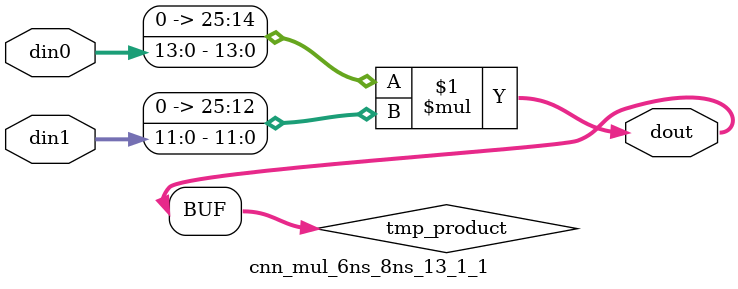
<source format=v>

`timescale 1 ns / 1 ps

  module cnn_mul_6ns_8ns_13_1_1(din0, din1, dout);
parameter ID = 1;
parameter NUM_STAGE = 0;
parameter din0_WIDTH = 14;
parameter din1_WIDTH = 12;
parameter dout_WIDTH = 26;

input [din0_WIDTH - 1 : 0] din0; 
input [din1_WIDTH - 1 : 0] din1; 
output [dout_WIDTH - 1 : 0] dout;

wire signed [dout_WIDTH - 1 : 0] tmp_product;










assign tmp_product = $signed({1'b0, din0}) * $signed({1'b0, din1});











assign dout = tmp_product;







endmodule

</source>
